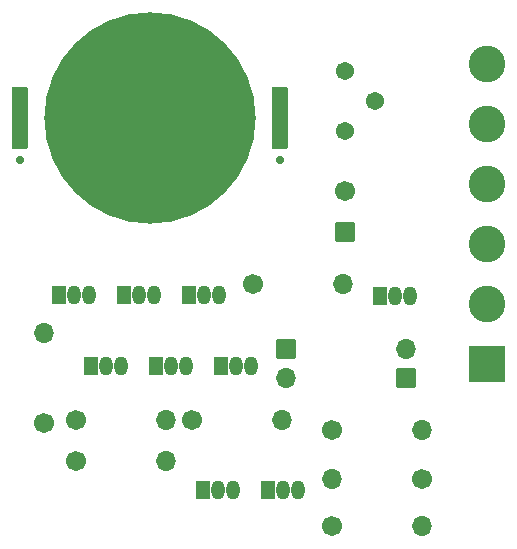
<source format=gbr>
%TF.GenerationSoftware,KiCad,Pcbnew,8.0.9-1.fc41*%
%TF.CreationDate,2025-05-30T14:30:08-05:00*%
%TF.ProjectId,transistor-amp,7472616e-7369-4737-946f-722d616d702e,rev?*%
%TF.SameCoordinates,Original*%
%TF.FileFunction,Soldermask,Top*%
%TF.FilePolarity,Negative*%
%FSLAX46Y46*%
G04 Gerber Fmt 4.6, Leading zero omitted, Abs format (unit mm)*
G04 Created by KiCad (PCBNEW 8.0.9-1.fc41) date 2025-05-30 14:30:08*
%MOMM*%
%LPD*%
G01*
G04 APERTURE LIST*
G04 Aperture macros list*
%AMRoundRect*
0 Rectangle with rounded corners*
0 $1 Rounding radius*
0 $2 $3 $4 $5 $6 $7 $8 $9 X,Y pos of 4 corners*
0 Add a 4 corners polygon primitive as box body*
4,1,4,$2,$3,$4,$5,$6,$7,$8,$9,$2,$3,0*
0 Add four circle primitives for the rounded corners*
1,1,$1+$1,$2,$3*
1,1,$1+$1,$4,$5*
1,1,$1+$1,$6,$7*
1,1,$1+$1,$8,$9*
0 Add four rect primitives between the rounded corners*
20,1,$1+$1,$2,$3,$4,$5,0*
20,1,$1+$1,$4,$5,$6,$7,0*
20,1,$1+$1,$6,$7,$8,$9,0*
20,1,$1+$1,$8,$9,$2,$3,0*%
G04 Aperture macros list end*
%ADD10RoundRect,0.050800X-0.525000X-0.750000X0.525000X-0.750000X0.525000X0.750000X-0.525000X0.750000X0*%
%ADD11O,1.151600X1.601600*%
%ADD12RoundRect,0.050800X0.800000X-0.800000X0.800000X0.800000X-0.800000X0.800000X-0.800000X-0.800000X0*%
%ADD13C,1.701600*%
%ADD14O,1.701600X1.701600*%
%ADD15RoundRect,0.050800X-0.800000X-0.800000X0.800000X-0.800000X0.800000X0.800000X-0.800000X0.800000X0*%
%ADD16RoundRect,0.050800X0.800000X0.800000X-0.800000X0.800000X-0.800000X-0.800000X0.800000X-0.800000X0*%
%ADD17RoundRect,0.050800X0.635000X2.540000X-0.635000X2.540000X-0.635000X-2.540000X0.635000X-2.540000X0*%
%ADD18C,17.901600*%
%ADD19RoundRect,0.050800X1.500000X-1.500000X1.500000X1.500000X-1.500000X1.500000X-1.500000X-1.500000X0*%
%ADD20C,3.101600*%
%ADD21C,1.541600*%
%ADD22C,0.701600*%
G04 APERTURE END LIST*
D10*
%TO.C,Q8*%
X96460000Y-93000000D03*
D11*
X97730000Y-93000000D03*
X99000000Y-93000000D03*
%TD*%
D12*
%TO.C,C1*%
X108500000Y-71152651D03*
D13*
X108500000Y-67652651D03*
%TD*%
D10*
%TO.C,Q9*%
X111460000Y-76500000D03*
D11*
X112730000Y-76500000D03*
X114000000Y-76500000D03*
%TD*%
D13*
%TO.C,R3*%
X85690000Y-87000000D03*
D14*
X93310000Y-87000000D03*
%TD*%
D10*
%TO.C,Q1*%
X86960000Y-82500000D03*
D11*
X88230000Y-82500000D03*
X89500000Y-82500000D03*
%TD*%
D15*
%TO.C,D2*%
X103500000Y-81000000D03*
D14*
X113660000Y-81000000D03*
%TD*%
D13*
%TO.C,R5*%
X100690000Y-75500000D03*
D14*
X108310000Y-75500000D03*
%TD*%
D16*
%TO.C,D1*%
X113660000Y-83500000D03*
D14*
X103500000Y-83500000D03*
%TD*%
D13*
%TO.C,R7*%
X115000000Y-92000000D03*
D14*
X107380000Y-92000000D03*
%TD*%
D17*
%TO.C,BT1*%
X102985000Y-61500000D03*
X81015000Y-61500000D03*
D18*
X92000000Y-61500000D03*
%TD*%
D13*
%TO.C,R8*%
X107380000Y-87900000D03*
D14*
X115000000Y-87900000D03*
%TD*%
D10*
%TO.C,Q6*%
X98000000Y-82500000D03*
D11*
X99270000Y-82500000D03*
X100540000Y-82500000D03*
%TD*%
D10*
%TO.C,Q5*%
X95300000Y-76450000D03*
D11*
X96570000Y-76450000D03*
X97840000Y-76450000D03*
%TD*%
D19*
%TO.C,J1*%
X120500000Y-82320000D03*
D20*
X120500000Y-77240000D03*
X120500000Y-72160000D03*
X120500000Y-67080000D03*
X120500000Y-62000000D03*
X120500000Y-56920000D03*
%TD*%
D13*
%TO.C,R4*%
X95500000Y-87000000D03*
D14*
X103120000Y-87000000D03*
%TD*%
D13*
%TO.C,R2*%
X85690000Y-90500000D03*
D14*
X93310000Y-90500000D03*
%TD*%
D10*
%TO.C,Q2*%
X84260000Y-76450000D03*
D11*
X85530000Y-76450000D03*
X86800000Y-76450000D03*
%TD*%
D10*
%TO.C,Q3*%
X89800000Y-76450000D03*
D11*
X91070000Y-76450000D03*
X92340000Y-76450000D03*
%TD*%
D13*
%TO.C,R1*%
X83000000Y-87310000D03*
D14*
X83000000Y-79690000D03*
%TD*%
D10*
%TO.C,Q4*%
X92460000Y-82500000D03*
D11*
X93730000Y-82500000D03*
X95000000Y-82500000D03*
%TD*%
D13*
%TO.C,R6*%
X107380000Y-96000000D03*
D14*
X115000000Y-96000000D03*
%TD*%
D10*
%TO.C,Q7*%
X101960000Y-93000000D03*
D11*
X103230000Y-93000000D03*
X104500000Y-93000000D03*
%TD*%
D21*
%TO.C,RV1*%
X108500000Y-62580000D03*
X111040000Y-60040000D03*
X108500000Y-57500000D03*
%TD*%
D22*
X81015000Y-65000000D03*
X103015000Y-65000000D03*
M02*

</source>
